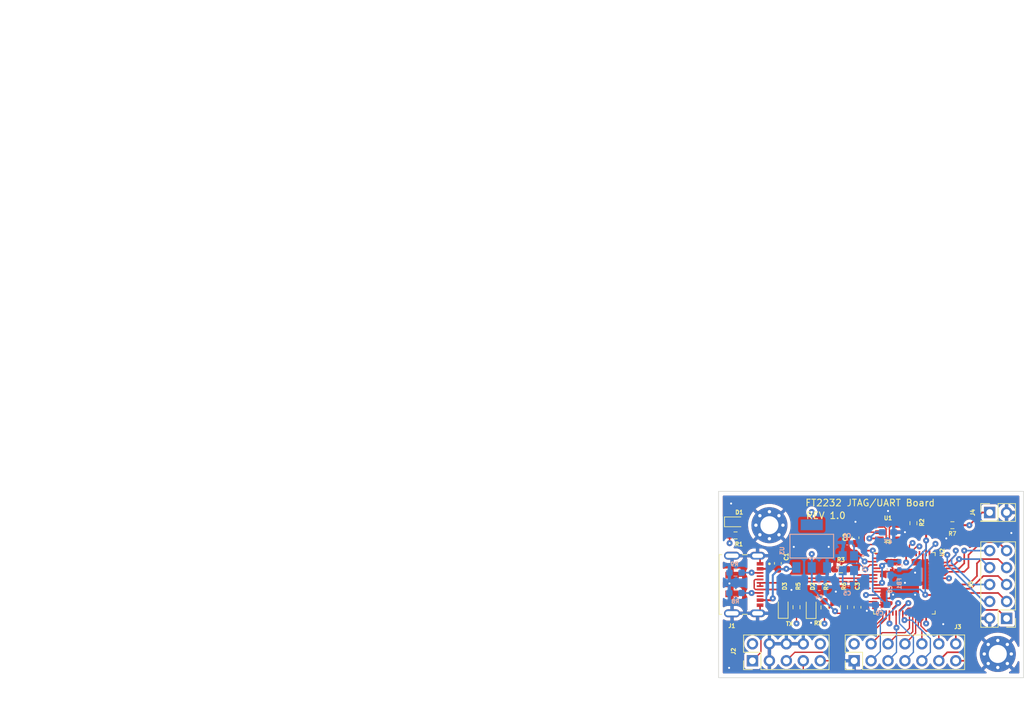
<source format=kicad_pcb>
(kicad_pcb (version 20221018) (generator pcbnew)
  (layers (0 "F.Cu" signal) (1 "In1.Cu" signal) (2 "In2.Cu" signal) (31 "B.Cu" signal) (34 "B.Paste" user) (35 "F.Paste" user) (36 "B.SilkS" user "B.Silkscreen") (37 "F.SilkS" user "F.Silkscreen") (38 "B.Mask" user) (39 "F.Mask" user) (44 "Edge.Cuts" user))
  (net 0 "")
  (net 1 "/RESET_N")
  (net 2 "GND")
  (net 3 "/1.8V")
  (net 4 "Net-(U101-VPHY)")
  (net 5 "/3.3V")
  (net 6 "Net-(U101-OSCI)")
  (net 7 "Net-(U101-OSCO)")
  (net 8 "/USB_5V")
  (net 9 "Net-(D101-A)")
  (net 10 "Net-(D102-A)")
  (net 11 "Net-(D103-A)")
  (net 12 "Net-(J101-CC1)")
  (net 14 "/USB_DP")
  (net 15 "/USB_DM")
  (net 16 "Net-(J101-CC2)")
  (net 18 "/TCK")
  (net 19 "/VCCIO")
  (net 20 "/TDI")
  (net 21 "/TMS")
  (net 22 "/TDO")
  (net 24 "/UART_TX_OUT")
  (net 25 "/UART_RX_IN")
  (net 26 "/TXDEN_OUT")
  (net 27 "/UART_RTS_OUT")
  (net 28 "/UART_RI_IN")
  (net 29 "/UART_CTS_IN")
  (net 30 "/UART_DCD_IN")
  (net 31 "/UART_DTR_OUT")
  (net 32 "/UART_DSR_IN")
  (net 33 "/GPIOL0")
  (net 34 "/GPIOH0")
  (net 35 "/GPIOL1")
  (net 36 "/GPIOH1")
  (net 37 "/GPIOL2")
  (net 38 "/GPIOH2")
  (net 39 "/GPIOL3")
  (net 40 "/GPIOH3")
  (net 41 "/GPIOH6")
  (net 42 "/GPIOH4")
  (net 43 "/GPIOH7")
  (net 44 "/GPIOH5")
  (net 45 "Net-(U101-REF)")
  (net 46 "/EEDATA")
  (net 47 "Net-(U102-DO)")
  (net 48 "/TX_LED")
  (net 49 "/RX_LED")
  (net 57 "/EECLK")
  (net 58 "/EECS")
  (footprint "Resistor_SMD:R_0603_1608Metric_Pad0.98x0.95mm_HandSolder" (layer "F.Cu") (at 141.732 78.74 180)
    (fp_text reference "R7")
    (fp_text value "0" hide)
  )
  (footprint "Diode_SMD:D_0603_1608Metric_Pad1.05x0.95mm_HandSolder" (layer "F.Cu") (at 116.364 91.0355 90)
    (fp_text reference "D3")
    (fp_text value "RED" hide)
  )
  (footprint "Resistor_SMD:R_0603_1608Metric_Pad0.98x0.95mm_HandSolder" (layer "F.Cu") (at 125.0188 85.344 180)
    (fp_text reference "R3")
    (fp_text value "12K" hide)
  )
  (footprint "MountingHole:MountingHole_2.7mm_M2.5_Pad_Via" (layer "F.Cu") (at 114.3 78.74)
    (fp_text reference "H1" hide)
    (fp_text value "MountingHole_Pad" hide)
  )
  (footprint "Package_DFN_QFN:QFN-64-1EP_9x9mm_P0.5mm_EP4.35x4.35mm" (layer "F.Cu") (at 134.546 87.45)
    (fp_text reference "U2")
    (fp_text value "FT2232HQ" hide)
  )
  (footprint "Capacitor_SMD:C_0603_1608Metric_Pad1.08x0.95mm_HandSolder" (layer "F.Cu") (at 127.2032 80.6185 90)
    (fp_text reference "C2")
    (fp_text value "3.3uF" hide)
  )
  (footprint "Diode_SMD:D_0603_1608Metric_Pad1.05x0.95mm_HandSolder" (layer "F.Cu") (at 120.555 91.059 90)
    (fp_text reference "D2")
    (fp_text value "RED" hide)
  )
  (footprint "Resistor_SMD:R_0603_1608Metric_Pad0.98x0.95mm_HandSolder" (layer "F.Cu") (at 122.555 91.059 90)
    (fp_text reference "R4")
    (fp_text value "330" hide)
  )
  (footprint "Diode_SMD:D_0603_1608Metric_Pad1.05x0.95mm_HandSolder" (layer "F.Cu") (at 109.22 78.232)
    (fp_text reference "D1")
    (fp_text value "RED" hide)
  )
  (footprint "Resistor_SMD:R_0603_1608Metric_Pad0.98x0.95mm_HandSolder" (layer "F.Cu") (at 135.89 78.4352 -90)
    (fp_text reference "R2")
    (fp_text value "2.2K" hide)
  )
  (footprint "Connector_PinHeader_2.54mm:PinHeader_2x07_P2.54mm_Vertical" (layer "F.Cu") (at 127 99.06 90)
    (fp_text reference "J3")
    (fp_text value "Conn_02x07_Odd_Even" hide)
  )
  (footprint "EEPROM:SOT95P280X145-6N" (layer "F.Cu") (at 132.08 79.7814 180)
    (fp_text reference "U1")
    (fp_text value "93LC56BT-I_OT" hide)
  )
  (footprint "Resistor_SMD:R_0603_1608Metric_Pad0.98x0.95mm_HandSolder" (layer "F.Cu") (at 118.364 91.0355 90)
    (fp_text reference "R5")
    (fp_text value "330" hide)
  )
  (footprint "Connector_PinHeader_2.54mm:PinHeader_2x01_P2.54mm_Vertical" (layer "F.Cu") (at 147.315 76.835)
    (fp_text reference "J4")
    (fp_text value "Conn_02x01" hide)
  )
  (footprint "MountingHole:MountingHole_2.7mm_M2.5_Pad_Via" (layer "F.Cu") (at 148.5392 98.044)
    (fp_text reference "H2" hide)
    (fp_text value "MountingHole_Pad" hide)
  )
  (footprint "Resistor_SMD:R_0603_1608Metric_Pad0.98x0.95mm_HandSolder" (layer "F.Cu") (at 109.22 80.264)
    (fp_text reference "R1")
    (fp_text value "330" hide)
  )
  (footprint "JAE_USB:JAE_DX07S016JA1R1500" (layer "F.Cu") (at 111.7985 87.628 -90)
    (fp_text reference "J1")
    (fp_text value "DX07S016JA1R1500" hide)
  )
  (footprint "Connector_PinHeader_2.54mm:PinHeader_2x05_P2.54mm_Vertical" (layer "F.Cu") (at 149.86 92.71 180)
    (fp_text reference "J5")
    (fp_text value "Conn_02x05_Odd_Even" hide)
  )
  (footprint "Capacitor_SMD:C_0603_1608Metric_Pad1.08x0.95mm_HandSolder" (layer "F.Cu") (at 115.57 84.455 90)
    (fp_text reference "C1")
    (fp_text value "3.3uF" hide)
  )
  (footprint "Capacitor_SMD:C_0603_1608Metric_Pad1.08x0.95mm_HandSolder" (layer "F.Cu") (at 127.508 91.0355 -90)
    (fp_text reference "C3")
    (fp_text value "0.1uF" hide)
  )
  (footprint "Resistor_SMD:R_0603_1608Metric_Pad0.98x0.95mm_HandSolder" (layer "F.Cu") (at 125.476 91.0355 -90)
    (fp_text reference "R6")
    (fp_text value "10K" hide)
  )
  (footprint "Connector_PinHeader_2.54mm:PinHeader_2x05_P2.54mm_Vertical" (layer "F.Cu") (at 111.76 99.06 90)
    (fp_text reference "J2")
    (fp_text value "Conn_02x05_Odd_Even" hide)
  )
  (footprint "Capacitor_SMD:C_0603_1608Metric_Pad1.08x0.95mm_HandSolder" (layer "B.Cu") (at 132.461 85.344 -90)
    (fp_text reference "C8")
    (fp_text value "0.1uF" hide)
  )
  (footprint "Capacitor_SMD:C_0603_1608Metric_Pad1.08x0.95mm_HandSolder" (layer "B.Cu") (at 132.08 79.8068)
    (fp_text reference "C7")
    (fp_text value "0.1uF" hide)
  )
  (footprint "Capacitor_SMD:C_0603_1608Metric_Pad1.08x0.95mm_HandSolder" (layer "B.Cu") (at 121.793 88.011)
    (fp_text reference "C4")
    (fp_text value "3.3uF" hide)
  )
  (footprint "AZ1117:DIODES_AZ1117CH-3.3TRG1_0" (layer "B.Cu") (at 120.65 81.878428 180)
    (fp_text reference "U3")
    (fp_text value "AZ1117CH-3.3TRG1" hide)
  )
  (footprint "Resistor_SMD:R_0402_1005Metric_Pad0.72x0.64mm_HandSolder" (layer "B.Cu") (at 133.7818 84.7852 -90)
    (fp_text reference "FB1")
    (fp_text value "FB" hide)
  )
  (footprint "Capacitor_SMD:C_0402_1005Metric_Pad0.74x0.62mm_HandSolder" (layer "B.Cu") (at 126.1539 87.5296)
    (fp_text reference "C5")
    (fp_text value "18pF" hide)
  )
  (footprint "Resistor_SMD:R_0603_1608Metric_Pad0.98x0.95mm_HandSolder" (layer "B.Cu") (at 109.1965 88.9 180)
    (fp_text reference "R8")
    (fp_text value "5.1K" hide)
  )
  (footprint "Resistor_SMD:R_0603_1608Metric_Pad0.98x0.95mm_HandSolder" (layer "B.Cu") (at 109.22 85.852)
    (fp_text reference "R9")
    (fp_text value "5.1K" hide)
  )
  (footprint "ABM8G:XTAL_ABM8G-12.000MHZ-18-D2Y-T" (layer "B.Cu") (at 126.1364 84.4296 180)
    (fp_text reference "Y1")
    (fp_text value "ABM8G-12.000MHZ-18-D2Y-T" hide)
  )
  (footprint "Capacitor_SMD:C_0603_1608Metric_Pad1.08x0.95mm_HandSolder" (layer "B.Cu") (at 131.064 90.678 180)
    (fp_text reference "C9")
    (fp_text value "0.1uF" hide)
  )
  (footprint "Capacitor_SMD:C_0402_1005Metric_Pad0.74x0.62mm_HandSolder" (layer "B.Cu") (at 125.9514 81.3296 180)
    (fp_text reference "C6")
    (fp_text value "18pF" hide)
  )
  (gr_rect (start 106.68 73.66) (end 152.4 101.6) (stroke (width 0.1)) (fill none) (layer "Edge.Cuts"))
  (gr_text "TX" (at 116.6876 93.8784) (layer "F.SilkS") (effects (font (size 0.6 0.6)) (justify left bottom)))
  (gr_text "REV 1.0" (at 119.7102 77.8764) (layer "F.SilkS") (effects (font (size 1 1)) (justify left bottom)))
  (gr_text "FT2232 JTAG/UART Board" (at 119.6086 75.9714) (layer "F.SilkS") (effects (font (size 1 1)) (justify left bottom)))
  (gr_text "RX" (at 120.904 93.7768) (layer "F.SilkS") (effects (font (size 0.6 0.6)) (justify left bottom)))
  (segment (start 127.508 90.173) (end 125.526 90.173) (width 0.2) (layer "F.Cu") (net 1))
  (segment (start 130.096 90.2) (end 127.535 90.2) (width 0.2) (layer "F.Cu") (net 1))
  (segment (start 125.526 90.173) (end 125.476 90.123) (width 0.2) (layer "F.Cu") (net 1))
  (segment (start 127.535 90.2) (end 127.508 90.173) (width 0.2) (layer "F.Cu") (net 1))
  (segment (start 134.796 91.487348) (end 135.097348 91.186) (width 0.2) (layer "F.Cu") (net 2))
  (segment (start 130.547992 83.7) (end 130.096 83.7) (width 0.25) (layer "F.Cu") (net 2))
  (segment (start 130.096 88.7) (end 132.388 88.7) (width 0.25) (layer "F.Cu") (net 2))
  (segment (start 112.8985 84.528) (end 112.8985 83.683) (width 0.25) (layer "F.Cu") (net 2))
  (segment (start 135.636 91.186) (end 136.144 90.678) (width 0.2) (layer "F.Cu") (net 2))
  (segment (start 134.796 91.9) (end 134.796 91.487348) (width 0.2) (layer "F.Cu") (net 2))
  (segment (start 128.905 91.694) (end 128.778 91.821) (width 0.2) (layer "F.Cu") (net 2))
  (segment (start 134.546 87.45) (end 134.546 86.921) (width 0.25) (layer "F.Cu") (net 2))
  (segment (start 134.546 86.921) (end 131.445 83.82) (width 0.25) (layer "F.Cu") (net 2))
  (segment (start 129.137 90.7) (end 128.905 90.932) (width 0.2) (layer "F.Cu") (net 2))
  (segment (start 137.296 83) (end 137.296 84.7) (width 0.25) (layer "F.Cu") (net 2))
  (segment (start 133.3754 79.7814) (end 134.62 79.7814) (width 0.25) (layer "F.Cu") (net 2))
  (segment (start 132.388 88.7) (end 132.842 89.154) (width 0.25) (layer "F.Cu") (net 2))
  (segment (start 136.144 90.678) (end 136.144 89.154) (width 0.2) (layer "F.Cu") (net 2))
  (segment (start 132.796 85.7) (end 134.546 87.45) (width 0.25) (layer "F.Cu") (net 2))
  (segment (start 112.8985 90.728) (end 112.8985 91.573) (width 0.25) (layer "F.Cu") (net 2))
  (segment (start 137.796 84.2) (end 137.16 84.836) (width 0.25) (layer "F.Cu") (net 2))
  (segment (start 131.445 83.82) (end 130.667992 83.82) (width 0.25) (layer "F.Cu") (net 2))
  (segment (start 127.2032 79.756) (end 127.2032 78.232) (width 0.25) (layer "F.Cu") (net 2))
  (segment (start 135.097348 91.186) (end 135.636 91.186) (width 0.2) (layer "F.Cu") (net 2))
  (segment (start 115.57 80.518) (end 114.3 79.248) (width 0.25) (layer "F.Cu") (net 2))
  (segment (start 128.905 90.932) (end 128.905 91.567) (width 0.2) (layer "F.Cu") (net 2))
  (segment (start 112.8985 91.573) (end 112.5235 91.948) (width 0.25) (layer "F.Cu") (net 2))
  (segment (start 137.296 84.7) (end 137.16 84.836) (width 0.25) (layer "F.Cu") (net 2))
  (segment (start 127.585 91.821) (end 127.508 91.898) (width 0.2) (layer "F.Cu") (net 2))
  (segment (start 137.19 90.2) (end 136.144 89.154) (width 0.25) (layer "F.Cu") (net 2))
  (segment (start 132.296 89.7) (end 132.842 89.154) (width 0.25) (layer "F.Cu") (net 2))
  (segment (start 130.096 90.7) (end 129.137 90.7) (width 0.2) (layer "F.Cu") (net 2))
  (segment (start 130.667992 83.82) (end 130.547992 83.7) (width 0.25) (layer "F.Cu") (net 2))
  (segment (start 130.096 89.7) (end 132.296 89.7) (width 0.25) (layer "F.Cu") (net 2))
  (segment (start 138.996 90.2) (end 137.19 90.2) (width 0.25) (layer "F.Cu") (net 2))
  (segment (start 128.778 91.821) (end 127.585 91.821) (width 0.2) (layer "F.Cu") (net 2))
  (segment (start 130.096 88.2) (end 131.888 88.2) (width 0.25) (layer "F.Cu") (net 2))
  (segment (start 112.8985 83.683) (end 112.5235 83.308) (width 0.25) (layer "F.Cu") (net 2))
  (segment (start 128.905 91.567) (end 128.905 91.694) (width 0.2) (layer "F.Cu") (net 2))
  (segment (start 131.888 88.2) (end 132.842 89.154) (width 0.25) (layer "F.Cu") (net 2))
  (segment (start 137.16 84.836) (end 136.144 85.852) (width 0.25) (layer "F.Cu") (net 2))
  (segment (start 130.096 85.7) (end 132.796 85.7) (width 0.25) (layer "F.Cu") (net 2))
  (segment (start 138.996 84.2) (end 137.796 84.2) (width 0.25) (layer "F.Cu") (net 2))
  (via (at 123.19 81.9912) (size 0.9) (drill 0.3) (layers "F.Cu" "B.Cu") (net 2))
  (via (at 150.5712 79.9084) (size 0.9) (drill 0.3) (layers "F.Cu" "B.Cu") (net 2))
  (via (at 128.905 91.567) (size 0.9) (drill 0.3) (layers "F.Cu" "B.Cu") (net 2))
  (via (at 136.144 85.852) (size 0.9) (drill 0.3) (layers "F.Cu" "B.Cu") (net 2))
  (via (at 108.5596 75.4888) (size 0.9) (drill 0.3) (layers "F.Cu" "B.Cu") (net 2))
  (via (at 124.2568 88.6968) (size 0.9) (drill 0.3) (layers "F.Cu" "B.Cu") (net 2))
  (via (at 127.2032 78.232) (size 0.9) (drill 0.3) (layers "F.Cu" "B.Cu") (net 2))
  (via (at 140.8176 80.7212) (size 0.9) (drill 0.3) (layers "F.Cu" "B.Cu") (net 2))
  (via (at 136.144 89.154) (size 0.9) (drill 0.3) (layers "F.Cu" "B.Cu") (net 2))
  (via (at 140.3604 93.5736) (size 0.9) (drill 0.3) (layers "F.Cu" "B.Cu") (net 2))
  (via (at 132.08 76.6064) (size 0.9) (drill 0.3) (layers "F.Cu" "B.Cu") (net 2))
  (via (at 132.842 89.154) (size 0.9) (drill 0.3) (layers "F.Cu" "B.Cu") (net 2))
  (via (at 117.602 88.4428) (size 0.9) (drill 0.3) (layers "F.Cu" "B.Cu") (net 2))
  (via (at 120.5484 93.3704) (size 0.9) (drill 0.3) (layers "F.Cu" "B.Cu") (net 2))
  (via (at 108.2548 100.1268) (size 0.9) (drill 0.3) (layers "F.Cu" "B.Cu") (net 2))
  (via (at 117.9576 81.9912) (size 0.9) (drill 0.3) (layers "F.Cu" "B.Cu") (net 2))
  (via (at 134.62 79.7814) (size 0.9) (drill 0.3) (layers "F.Cu" "B.Cu") (net 2))
  (via (at 108.3056 87.4776) (size 0.9) (drill 0.3) (layers "F.Cu" "B.Cu") (net 2))
  (via (at 134.62 87.376) (size 0.9) (drill 0.3) (layers "F.Cu" "B.Cu") (net 2))
  (segment (start 132.461 86.2065) (end 132.461 86.9442) (width 0.2) (layer "B.Cu") (net 2))
  (segment (start 132.9436 87.4268) (end 134.5692 87.4268) (width 0.2) (layer "B.Cu") (net 2))
  (segment (start 132.9679 79.7814) (end 132.9425 79.8068) (width 0.25) (layer "B.Cu") (net 2))
  (segment (start 126.9864 85.5296) (end 126.9864 87.2646) (width 0.2) (layer "B.Cu") (net 2))
  (segment (start 126.9864 87.2646) (end 126.7214 87.5296) (width 0.2) (layer "B.Cu") (net 2))
  (segment (start 134.5692 87.4268) (end 134.62 87.376) (width 0.2) (layer "B.Cu") (net 2))
  (segment (start 134.62 79.7814) (end 132.9679 79.7814) (width 0.25) (layer "B.Cu") (net 2))
  (segment (start 132.461 86.9442) (end 132.9436 87.4268) (width 0.2) (layer "B.Cu") (net 2))
  (segment (start 138.996 89.2) (end 137.714 89.2) (width 0.25) (layer "F.Cu") (net 3))
  (segment (start 138.296 83) (end 138.296 82.43) (width 0.25) (layer "F.Cu") (net 3))
  (segment (start 128.2722 82.55) (end 127.2032 81.481) (width 0.25) (layer "F.Cu") (net 3))
  (segment (start 130.096 89.2) (end 128.778 89.2) (width 0.25) (layer "F.Cu") (net 3))
  (segment (start 138.296 82.43) (end 139.192 81.534) (width 0.25) (layer "F.Cu") (net 3))
  (segment (start 137.714 89.2) (end 137.668 89.154) (width 0.25) (layer "F.Cu") (net 3))
  (segment (start 129.794 82.55) (end 130.244 83) (width 0.25) (layer "F.Cu") (net 3))
  (segment (start 130.244 83) (end 130.796 83) (width 0.25) (layer "F.Cu") (net 3))
  (segment (start 129.794 82.55) (end 128.2722 82.55) (width 0.25) (layer "F.Cu") (net 3))
  (via (at 139.192 81.534) (size 0.9) (drill 0.3) (layers "F.Cu" "B.Cu") (net 3))
  (via (at 137.668 89.154) (size 0.9) (drill 0.3) (layers "F.Cu" "B.Cu") (net 3))
  (via (at 128.778 89.2) (size 0.9) (drill 0.3) (layers "F.Cu" "B.Cu") (net 3))
  (via (at 129.794 82.55) (size 0.9) (drill 0.3) (layers "F.Cu" "B.Cu") (net 3))
  (segment (start 131.8779 88.7211) (end 131.8779 90.678) (width 0.25) (layer "B.Cu") (net 3))
  (segment (start 129.794 88.5941) (end 130.39145 89.19155) (width 0.25) (layer "B.Cu") (net 3))
  (segment (start 129.794 82.55) (end 129.794 88.5941) (width 0.25) (layer "B.Cu") (net 3))
  (segment (start 132.22 88.379) (end 131.8779 88.7211) (width 0.25) (layer "B.Cu") (net 3))
  (segment (start 137.668 89.154) (end 136.893 88.379) (width 0.25) (layer "B.Cu") (net 3))
  (segment (start 137.668 83.058) (end 137.668 89.154) (width 0.25) (layer "B.Cu") (net 3))
  (segment (start 139.192 81.534) (end 137.668 83.058) (width 0.25) (layer "B.Cu") (net 3))
  (segment (start 130.39145 89.19155) (end 131.8779 90.678) (width 0.25) (layer "B.Cu") (net 3))
  (segment (start 130.383 89.2) (end 130.39145 89.19155) (width 0.25) (layer "B.Cu") (net 3))
  (segment (start 136.893 88.379) (end 132.22 88.379) (width 0.25) (layer "B.Cu") (net 3))
  (segment (start 128.778 89.2) (end 130.383 89.2) (width 0.25) (layer "B.Cu") (net 3))
  (segment (start 130.827 85.2) (end 131.191 84.836) (width 0.25) (layer "F.Cu") (net 4))
  (segment (start 130.096 87.7) (end 130.867 87.7) (width 0.25) (layer "F.Cu") (net 4))
  (segment (start 130.867 87.7) (end 131.191 87.376) (width 0.25) (layer "F.Cu") (net 4))
  (segment (start 131.191 84.836) (end 131.064 84.963) (width 0.25) (layer "F.Cu") (net 4))
  (segment (start 130.096 85.2) (end 130.827 85.2) (width 0.25) (layer "F.Cu") (net 4))
  (via (at 131.191 87.376) (size 0.9) (drill 0.3) (layers "F.Cu" "B.Cu") (net 4))
  (via (at 131.191 84.836) (size 0.9) (drill 0.3) (layers "F.Cu" "B.Cu") (net 4))
  (segment (start 131.5455 84.4815) (end 131.191 84.836) (width 0.25) (layer "B.Cu") (net 4))
  (segment (start 131.191 87.376) (end 131.191 84.836) (width 0.25) (layer "B.Cu") (net 4))
  (segment (start 132.461 84.4815) (end 131.5455 84.4815) (width 0.25) (layer "B.Cu") (net 4))
  (segment (start 133.7818 84.1877) (end 132.7548 84.1877) (width 0.25) (layer "B.Cu") (net 4))
  (segment (start 132.7548 84.1877) (end 132.461 84.4815) (width 0.25) (layer "B.Cu") (net 4))
  (segment (start 130.7846 80.7212) (end 129.286 80.7212) (width 0.25) (layer "F.Cu") (net 5))
  (segment (start 140.8195 78.74) (end 138.811 78.74) (width 0.3) (layer "F.Cu") (net 5))
  (segment (start 137.795 79.756) (end 137.795 81.025) (width 0.3) (layer "F.Cu") (net 5))
  (segment (start 137.796 81.026) (end 137.796 83) (width 0.25) (layer "F.Cu") (net 5))
  (segment (start 108.331 81.661) (end 108.331 80.2875) (width 0.25) (layer "F.Cu") (net 5))
  (segment (start 124.1425 91.6305) (end 124.46 91.948) (width 0.2) (layer "F.Cu") (net 5))
  (segment (start 124.46 91.948) (end 125.476 91.948) (width 0.2) (layer "F.Cu") (net 5))
  (segment (start 138.811 78.74) (end 137.795 79.756) (width 0.3) (layer "F.Cu") (net 5))
  (segment (start 137.795 81.025) (end 137.796 81.026) (width 0.3) (layer "F.Cu") (net 5))
  (segment (start 108.331 80.2875) (end 108.3075 80.264) (width 0.25) (layer "F.Cu") (net 5))
  (via (at 120.65 76.7588) (size 0.9) (drill 0.3) (layers "F.Cu" "B.Cu") (net 5))
  (via (at 108.331 81.4324) (size 0.9) (drill 0.3) (layers "F.Cu" "B.Cu") (net 5))
  (via (at 120.65 83.058) (size 0.9) (drill 0.3) (layers "F.Cu" "B.Cu") (net 5))
  (via (at 137.796 81.026) (size 0.9) (drill 0.3) (layers "F.Cu" "B.Cu") (net 5))
  (via (at 129.286 80.7212) (size 0.9) (drill 0.3) (layers "F.Cu" "B.Cu") (net 5))
  (via (at 124.1425 91.6305) (size 0.9) (drill 0.3) (layers "F.Cu" "B.Cu") (net 5))
  (segment (start 120.65 85.078428) (end 120.65 83.058) (width 0.3) (layer "B.Cu") (net 5))
  (segment (start 134.9623 85.3827) (end 133.7818 85.3827) (width 0.25) (layer "B.Cu") (net 5))
  (segment (start 120.65 87.7305) (end 120.65 85.078428) (width 0.3) (layer "B.Cu") (net 5))
  (segment (start 120.9305 88.4185) (end 124.1425 91.6305) (width 0.3) (layer "B.Cu") (net 5))
  (segment (start 137.796 81.026) (end 137.796 82.293604) (width 0.25) (layer "B.Cu") (net 5))
  (segment (start 137.218 82.8984) (end 135.89 84.2264) (width 0.25) (layer "B.Cu") (net 5))
  (segment (start 120.9305 88.011) (end 120.65 87.7305) (width 0.25) (layer "B.Cu") (net 5))
  (segment (start 135.89 84.2264) (end 135.89 84.455) (width 0.25) (layer "B.Cu") (net 5))
  (segment (start 130.2258 79.756) (end 129.286 80.6958) (width 0.25) (layer "B.Cu") (net 5))
  (segment (start 135.89 84.455) (end 134.9623 85.3827) (width 0.25) (layer "B.Cu") (net 5))
  (segment (start 137.218 82.871604) (end 137.218 82.8984) (width 0.25) (layer "B.Cu") (net 5))
  (segment (start 137.796 82.293604) (end 137.218 82.871604) (width 0.25) (layer "B.Cu") (net 5))
  (segment (start 120.65 76.7588) (end 120.65 78.678428) (width 0.3) (layer "B.Cu") (net 5))
  (segment (start 131.2175 79.756) (end 130.2258 79.756) (width 0.25) (layer "B.Cu") (net 5))
  (segment (start 120.9305 88.011) (end 120.9305 88.4185) (width 0.3) (layer "B.Cu") (net 5))
  (segment (start 128.5748 84.1756) (end 128.6256 84.2264) (width 0.2) (layer "F.Cu") (net 6))
  (segment (start 129.1844 84.2) (end 130.096 84.2) (width 0.2) (layer "F.Cu") (net 6))
  (segment (start 128.6256 84.2264) (end 128.6256 84.2772) (width 0.2) (layer "F.Cu") (net 6))
  (segment (start 129.1844 84.2) (end 129.16 84.1756) (width 0.2) (layer "F.Cu") (net 6))
  (segment (start 129.16 84.1756) (end 128.5748 84.1756) (width 0.2) (layer "F.Cu") (net 6))
  (via (at 128.5748 84.1756) (size 0.9) (drill 0.3) (layers "F.Cu" "B.Cu") (net 6))
  (segment (start 126.9864 83.3296) (end 126.9864 81.7971) (width 0.25) (layer "B.Cu") (net 6))
  (segment (start 126.9864 81.7971) (end 126.5189 81.3296) (width 0.25) (layer "B.Cu") (net 6))
  (segment (start 126.9864 83.3296) (end 127.7288 83.3296) (width 0.25) (layer "B.Cu") (net 6))
  (segment (start 127.7288 83.3296) (end 128.5748 84.1756) (width 0.25) (layer "B.Cu") (net 6))
  (segment (start 128.6764 85.3948) (end 128.5748 85.4964) (width 0.2) (layer "F.Cu") (net 7))
  (segment (start 130.096 84.7) (end 129.3712 84.7) (width 0.2) (layer "F.Cu") (net 7))
  (segment (start 128.6764 85.344) (end 128.6764 85.3948) (width 0.2) (layer "F.Cu") (net 7))
  (segment (start 128.7272 85.344) (end 128.6764 85.344) (width 0.2) (layer "F.Cu") (net 7))
  (segment (start 129.3712 84.7) (end 128.7272 85.344) (width 0.2) (layer "F.Cu") (net 7))
  (via (at 128.6764 85.344) (size 0.9) (drill 0.3) (layers "F.Cu" "B.Cu") (net 7))
  (segment (start 125.2864 85.5296) (end 125.2864 87.2296) (width 0.25) (layer "B.Cu") (net 7))
  (segment (start 125.2864 85.3812) (end 125.2864 85.5296) (width 0.2) (layer "B.Cu") (net 7))
  (segment (start 128.6764 85.344) (end 127.8128 84.4804) (width 0.2) (layer "B.Cu") (net 7))
  (segment (start 127.8128 84.4804) (end 126.1872 84.4804) (width 0.2) (layer "B.Cu") (net 7))
  (segment (start 126.1872 84.4804) (end 125.2864 85.3812) (width 0.2) (layer "B.Cu") (net 7))
  (segment (start 115.5305 85.278) (end 115.57 85.3175) (width 0.25) (layer "F.Cu") (net 8))
  (segment (start 112.8985 85.278) (end 115.5305 85.278) (width 0.3) (layer "F.Cu") (net 8))
  (segment (start 115.57 85.3175) (end 116.8005 85.3175) (width 0.3) (layer "F.Cu") (net 8))
  (segment (start 116.8005 85.3175) (end 116.84 85.278) (width 0.3) (layer "F.Cu") (net 8))
  (segment (start 112.8985 89.978) (end 114.5428 89.978) (width 0.3) (layer "F.Cu") (net 8))
  (segment (start 114.808 89.7128) (end 114.5428 89.978) (width 0.3) (layer "F.Cu") (net 8))
  (segment (start 114.873 89.978) (end 114.935 89.916) (width 0.25) (layer "F.Cu") (net 8))
  (via (at 114.808 89.7128) (size 0.9) (drill 0.3) (layers "F.Cu" "B.Cu") (net 8))
  (via (at 116.84 85.278) (size 0.9) (drill 0.3) (layers "F.Cu" "B.Cu") (net 8))
  (segment (start 115.697 85.344) (end 116.774 85.344) (width 0.3) (layer "B.Cu") (net 8))
  (segment (start 114.808 89.7128) (end 114.808 86.233) (width 0.3) (layer "B.Cu") (net 8))
  (segment (start 114.808 86.233) (end 115.697 85.344) (width 0.3) (layer "B.Cu") (net 8))
  (segment (start 116.84 85.278) (end 118.150428 85.278) (width 0.3) (layer "B.Cu") (net 8))
  (segment (start 116.774 85.344) (end 116.84 85.278) (width 0.3) (layer "B.Cu") (net 8))
  (segment (start 118.150428 85.278) (end 118.35 85.078428) (width 0.3) (layer "B.Cu") (net 8))
  (segment (start 116.5285 90.123) (end 116.491 90.1605) (width 0.2) (layer "F.Cu") (net 9))
  (segment (start 118.364 90.123) (end 116.4015 90.123) (width 0.2) (layer "F.Cu") (net 9))
  (segment (start 122.555 90.1465) (end 120.5925 90.1465) (width 0.2) (layer "F.Cu") (net 10))
  (segment (start 110.1325 80.264) (end 110.1325 78.2695) (width 0.25) (layer "F.Cu") (net 11))
  (segment (start 110.1325 78.2695) (end 110.095 78.232) (width 0.25) (layer "F.Cu") (net 11))
  (segment (start 112.8985 85.878) (end 111.659 85.878) (width 0.25) (layer "F.Cu") (net 12))
  (segment (start 111.659 85.878) (end 111.633 85.852) (width 0.25) (layer "F.Cu") (net 12))
  (via (at 111.633 85.852) (size 0.9) (drill 0.3) (layers "F.Cu" "B.Cu") (net 12))
  (segment (start 111.633 85.852) (end 110.1325 85.852) (width 0.25) (layer "B.Cu") (net 12))
  (segment (start 112.014 88.184984) (end 112.014 87.5792) (width 0.2) (layer "F.Cu") (net 14))
  (segment (start 112.014 87.5792) (end 112.014 87.884) (width 0.2) (layer "F.Cu") (net 14))
  (segment (start 115.824 88.392) (end 117.016 87.2) (width 0.25) (layer "F.Cu") (net 14))
  (segment (start 112.014 87.0275) (end 112.014 87.5792) (width 0.2) (layer "F.Cu") (net 14))
  (segment (start 112.8985 86.878) (end 112.1635 86.878) (width 0.2) (layer "F.Cu") (net 14))
  (segment (start 112.8985 88.378) (end 115.81 88.378) (width 0.25) (layer "F.Cu") (net 14))
  (segment (start 117.016 87.2) (end 130.096 87.2) (width 0.25) (layer "F.Cu") (net 14))
  (segment (start 115.81 88.378) (end 115.824 88.392) (width 0.25) (layer "F.Cu") (net 14))
  (segment (start 112.207016 88.378) (end 112.014 88.184984) (width 0.2) (layer "F.Cu") (net 14))
  (segment (start 112.1635 86.878) (end 112.014 87.0275) (width 0.2) (layer "F.Cu") (net 14))
  (segment (start 112.8985 88.378) (end 112.207016 88.378) (width 0.2) (layer "F.Cu") (net 14))
  (segment (start 112.8985 87.878) (end 112.8985 87.378) (width 0.2) (layer "F.Cu") (net 15))
  (segment (start 115.822 87.378) (end 112.8985 87.378) (width 0.25) (layer "F.Cu") (net 15))
  (segment (start 130.096 86.7) (end 116.5 86.7) (width 0.25) (layer "F.Cu") (net 15))
  (segment (start 116.5 86.7) (end 115.822 87.378) (width 0.25) (layer "F.Cu") (net 15))
  (segment (start 112.8985 88.878) (end 111.655 88.878) (width 0.25) (layer "F.Cu") (net 16))
  (segment (start 111.633 88.9) (end 111.655 88.878) (width 0.25) (layer "F.Cu") (net 16))
  (via (at 111.633 88.9) (size 0.9) (drill 0.3) (layers "F.Cu" "B.Cu") (net 16))
  (segment (start 111.633 88.9) (end 110.109 88.9) (width 0.25) (layer "B.Cu") (net 16))
  (segment (start 123.524943 94.488) (end 124.998629 93.014314) (width 0.2) (layer "F.Cu") (net 18))
  (segment (start 113.03 94.996) (end 113.538 94.488) (width 0.2) (layer "F.Cu") (net 18))
  (segment (start 113.538 94.488) (end 123.524943 94.488) (width 0.2) (layer "F.Cu") (net 18))
  (segment (start 130.096 92.662) (end 130.096 91.2) (width 0.2) (layer "F.Cu") (net 18))
  (segment (start 113.03 97.79) (end 113.03 94.996) (width 0.2) (layer "F.Cu") (net 18))
  (segment (start 129.743686 93.014314) (end 130.096 92.662) (width 0.2) (layer "F.Cu") (net 18))
  (segment (start 124.998629 93.014314) (end 129.743686 93.014314) (width 0.2) (layer "F.Cu") (net 18))
  (segment (start 111.76 99.06) (end 113.03 97.79) (width 0.2) (layer "F.Cu") (net 18))
  (segment (start 146.177 76.835) (end 144.272 78.74) (width 0.25) (layer "F.Cu") (net 19))
  (segment (start 134.796 83) (end 134.796 84.328) (width 0.25) (layer "F.Cu") (net 19))
  (segment (start 137.796 91.9) (end 137.796 93.472) (width 0.25) (layer "F.Cu") (net 19))
  (segment (start 138.996 86.7) (end 141.224 86.7) (width 0.25) (layer "F.Cu") (net 19))
  (segment (start 147.315 76.835) (end 146.177 76.835) (width 0.25) (layer "F.Cu") (net 19))
  (segment (start 142.6445 78.74) (end 144.272 78.74) (width 0.3) (layer "F.Cu") (net 19))
  (segment (start 132.296 91.9) (end 132.296 93.472) (width 0.25) (layer "F.Cu") (net 19))
  (via (at 144.272 78.74) (size 0.9) (drill 0.3) (layers "F.Cu" "B.Cu") (net 19))
  (via (at 132.296 93.472) (size 0.9) (drill 0.3) (layers "F.Cu" "B.Cu") (net 19))
  (via (at 141.224 86.7) (size 0.9) (drill 0.3) (layers "F.Cu" "B.Cu") (net 19))
  (via (at 137.796 93.472) (size 0.9) (drill 0.3) (layers "F.Cu" "B.Cu") (net 19))
  (via (at 134.796 84.328) (size 0.9) (drill 0.3) (layers "F.Cu" "B.Cu") (net 19))
  (segment (start 118.11 97.79) (end 116.84 99.06) (width 0.2) (layer "F.Cu") (net 20))
  (segment (start 129.990314 93.414314) (end 125.164315 93.414314) (width 0.2) (layer "F.Cu") (net 20))
  (segment (start 124.168 94.41063) (end 124.168 96.812) (width 0.2) (layer "F.Cu") (net 20))
  (segment (start 124.168 96.812) (end 123.19 97.79) (width 0.2) (layer "F.Cu") (net 20))
  (segment (start 123.19 97.79) (end 118.11 97.79) (width 0.2) (layer "F.Cu") (net 20))
  (segment (start 125.164315 93.414314) (end 124.168 94.41063) (width 0.2) (layer "F.Cu") (net 20))
  (segment (start 130.796 92.608628) (end 129.990314 93.414314) (width 0.2) (layer "F.Cu") (net 20))
  (segment (start 130.796 91.9) (end 130.796 92.608628) (width 0.2) (layer "F.Cu") (net 20))
  (segment (start 124.4092 100.6348) (end 119.6848 100.6348) (width 0.2) (layer "F.Cu") (net 21))
  (segment (start 131.796 92.74) (end 130.302 94.234) (width 0.2) (layer "F.Cu") (net 21))
  (segment (start 124.968 100.076) (end 124.4092 100.6348) (width 0.2) (layer "F.Cu") (net 21))
  (segment (start 131.796 91.9) (end 131.796 92.74) (width 0.2) (layer "F.Cu") (net 21))
  (segment (start 119.6848 100.6348) (end 119.38 100.33) (width 0.2) (layer "F.Cu") (net 21))
  (segment (start 130.302 94.234) (end 125.476 94.234) (width 0.2) (layer "F.Cu") (net 21))
  (segment (start 124.968 94.742) (end 124.968 100.076) (width 0.2) (layer "F.Cu") (net 21))
  (segment (start 125.476 94.234) (end 124.968 94.742) (width 0.2) (layer "F.Cu") (net 21))
  (segment (start 119.38 100.33) (end 119.38 99.06) (width 0.2) (layer "F.Cu") (net 21))
  (segment (start 131.296 92.674314) (end 130.136314 93.834) (width 0.2) (layer "F.Cu") (net 22))
  (segment (start 124.568 94.576315) (end 124.568 98.444) (width 0.2) (layer "F.Cu") (net 22))
  (segment (start 131.296 91.9) (end 131.296 92.674314) (width 0.2) (layer "F.Cu") (net 22))
  (segment (start 125.310314 93.834) (end 124.568 94.576315) (width 0.2) (layer "F.Cu") (net 22))
  (segment (start 123.952 99.06) (end 121.92 99.06) (width 0.2) (layer "F.Cu") (net 22))
  (segment (start 130.136314 93.834) (end 125.310314 93.834) (width 0.2) (layer "F.Cu") (net 22))
  (segment (start 124.568 98.444) (end 123.952 99.06) (width 0.2) (layer "F.Cu") (net 22))
  (segment (start 139.5 88.7) (end 138.996 88.7) (width 0.25) (layer "F.Cu") (net 24))
  (segment (start 143.2052 89.6112) (end 140.4112 89.6112) (width 0.25) (layer "F.Cu") (net 24))
  (segment (start 149.86 92.71) (end 148.59 91.44) (width 0.25) (layer "F.Cu") (net 24))
  (segment (start 145.034 91.44) (end 143.2052 89.6112) (width 0.25) (layer "F.Cu") (net 24))
  (segment (start 140.4112 89.6112) (end 139.5 88.7) (width 0.25) (layer "F.Cu") (net 24))
  (segment (start 148.59 91.44) (end 145.034 91.44) (width 0.25) (layer "F.Cu") (net 24))
  (segment (start 139.636396 88.2) (end 138.996 88.2) (width 0.25) (layer "F.Cu") (net 25))
  (segment (start 149.86 90.17) (end 148.59 88.9) (width 0.25) (layer "F.Cu") (net 25))
  (segment (start 140.336396 88.9) (end 139.636396 88.2) (width 0.25) (layer "F.Cu") (net 25))
  (segment (start 148.59 88.9) (end 140.336396 88.9) (width 0.25) (layer "F.Cu") (net 25))
  (segment (start 138.996 83.7) (end 139.82 83.7) (width 0.25) (layer "F.Cu") (net 26))
  (segment (start 140.335 83.185) (end 140.97 83.185) (width 0.25) (layer "F.Cu") (net 26))
  (segment (start 139.82 83.7) (end 140.335 83.185) (width 0.25) (layer "F.Cu") (net 26))
  (via (at 140.97 83.185) (size 0.9) (drill 0.3) (layers "F.Cu" "B.Cu") (net 26))
  (segment (start 140.97 84.6836) (end 140.97 83.185) (width 0.25) (layer "B.Cu") (net 26))
  (segment (start 147.32 90.17) (end 146.4564 90.17) (width 0.25) (layer "B.Cu") (net 26))
  (segment (start 146.4564 90.17) (end 140.97 84.6836) (width 0.25) (layer "B.Cu") (net 26))
  (segment (start 146.3675 86.36) (end 144.4625 88.265) (width 0.25) (layer "F.Cu") (net 27))
  (segment (start 148.59 86.36) (end 146.3675 86.36) (width 0.25) (layer "F.Cu") (net 27))
  (segment (start 140.337792 88.265) (end 139.772792 87.7) (width 0.25) (layer "F.Cu") (net 27))
  (segment (start 144.4625 88.265) (end 140.337792 88.265) (width 0.25) (layer "F.Cu") (net 27))
  (segment (start 149.86 87.63) (end 148.59 86.36) (width 0.25) (layer "F.Cu") (net 27))
  (segment (start 139.772792 87.7) (end 138.996 87.7) (width 0.25) (layer "F.Cu") (net 27))
  (segment (start 140.087208 84.7) (end 140.457208 84.33) (width 0.25) (layer "F.Cu") (net 28))
  (segment (start 142.24 83.185) (end 142.24 82.55) (width 0.25) (layer "F.Cu") (net 28))
  (segment (start 138.996 84.7) (end 140.087208 84.7) (width 0.25) (layer "F.Cu") (net 28))
  (segment (start 140.457208 84.33) (end 141.095 84.33) (width 0.25) (layer "F.Cu") (net 28))
  (segment (start 141.095 84.33) (end 142.24 83.185) (width 0.25) (layer "F.Cu") (net 28))
  (via (at 142.24 82.55) (size 0.9) (drill 0.3) (layers "F.Cu" "B.Cu") (net 28))
  (segment (start 144.8308 87.63) (end 147.32 87.63) (width 0.25) (layer "B.Cu") (net 28))
  (segment (start 142.24 82.55) (end 142.24 83.185) (width 0.25) (layer "B.Cu") (net 28))
  (segment (start 141.605 83.82) (end 141.605 84.4042) (width 0.25) (layer "B.Cu") (net 28))
  (segment (start 142.24 83.185) (end 141.605 83.82) (width 0.25) (layer "B.Cu") (net 28))
  (segment (start 141.605 84.4042) (end 144.8308 87.63) (width 0.25) (layer "B.Cu") (net 28))
  (segment (start 146.05 83.82) (end 145.415 84.455) (width 0.25) (layer "F.Cu") (net 29))
  (segment (start 149.86 85.09) (end 148.59 83.82) (width 0.25) (layer "F.Cu") (net 29))
  (segment (start 144.145 87.63) (end 140.339188 87.63) (width 0.25) (layer "F.Cu") (net 29))
  (segment (start 145.415 86.36) (end 144.145 87.63) (width 0.25) (layer "F.Cu") (net 29))
  (segment (start 140.339188 87.63) (end 139.909188 87.2) (width 0.25) (layer "F.Cu") (net 29))
  (segment (start 139.909188 87.2) (end 138.996 87.2) (width 0.25) (layer "F.Cu") (net 29))
  (segment (start 145.415 84.455) (end 145.415 86.36) (width 0.25) (layer "F.Cu") (net 29))
  (segment (start 148.59 83.82) (end 146.05 83.82) (width 0.25) (layer "F.Cu") (net 29))
  (segment (start 142.7355 83.9595) (end 141.915 84.78) (width 0.25) (layer "F.Cu") (net 30))
  (segment (start 142.7355 83.82) (end 142.7355 83.9595) (width 0.25) (layer "F.Cu") (net 30))
  (segment (start 141.915 84.78) (end 140.643604 84.78) (width 0.25) (layer "F.Cu") (net 30))
  (segment (start 140.223604 85.2) (end 138.996 85.2) (width 0.25) (layer "F.Cu") (net 30))
  (segment (start 140.643604 84.78) (end 140.223604 85.2) (width 0.25) (layer "F.Cu") (net 30))
  (via (at 142.7355 83.82) (size 0.9) (drill 0.3) (layers "F.Cu" "B.Cu") (net 30))
  (segment (start 146.05 83.82) (end 147.32 85.09) (width 0.25) (layer "B.Cu") (net 30))
  (segment (start 142.7355 83.82) (end 146.05 83.82) (width 0.25) (layer "B.Cu") (net 30))
  (segment (start 144.145 83.185) (end 144.145 85.09) (width 0.25) (layer "F.Cu") (net 31))
  (segment (start 143.51 85.725) (end 141.102984 85.725) (width 0.25) (layer "F.Cu") (net 31))
  (segment (start 149.86 82.55) (end 148.59 81.28) (width 0.25) (layer "F.Cu") (net 31))
  (segment (start 146.05 81.28) (end 144.145 83.185) (width 0.25) (layer "F.Cu") (net 31))
  (segment (start 144.145 85.09) (end 143.51 85.725) (width 0.25) (layer "F.Cu") (net 31))
  (segment (start 148.59 81.28) (end 146.05 81.28) (width 0.25) (layer "F.Cu") (net 31))
  (segment (start 141.102984 85.725) (end 140.627984 86.2) (width 0.25) (layer "F.Cu") (net 31))
  (segment (start 140.627984 86.2) (end 138.996 86.2) (width 0.25) (layer "F.Cu") (net 31))
  (segment (start 143.51 82.55) (end 143.51 84.455) (width 0.25) (layer "F.Cu") (net 32))
  (segment (start 140.36 85.7) (end 138.996 85.7) (width 0.25) (layer "F.Cu") (net 32))
  (segment (start 143.51 84.455) (end 142.735 85.23) (width 0.25) (layer "F.Cu") (net 32))
  (segment (start 140.83 85.23) (end 140.36 85.7) (width 0.25) (layer "F.Cu") (net 32))
  (segment (start 142.735 85.23) (end 140.83 85.23) (width 0.25) (layer "F.Cu") (net 32))
  (via (at 143.51 82.55) (size 0.9) (drill 0.3) (layers "F.Cu" "B.Cu") (net 32))
  (segment (start 143.51 82.55) (end 147.32 82.55) (width 0.25) (layer "B.Cu") (net 32))
  (segment (start 132.796 91.232) (end 133.604 90.424) (width 0.2) (layer "F.Cu") (net 33))
  (segment (start 132.796 91.9) (end 132.796 91.232) (width 0.2) (layer "F.Cu") (net 33))
  (via (at 133.604 90.424) (size 0.9) (drill 0.3) (layers "F.Cu" "B.Cu") (net 33))
  (segment (start 133.604 90.424) (end 133.604 90.678) (width 0.2) (layer "B.Cu") (net 33))
  (segment (start 130.93 97.67) (end 129.54 99.06) (width 0.2) (layer "B.Cu") (net 33))
  (segment (start 133.604 90.678) (end 130.93 93.352) (width 0.2) (layer "B.Cu") (net 33))
  (segment (start 130.93 93.352) (end 130.93 97.67) (width 0.2) (layer "B.Cu") (net 33))
  (segment (start 131.21 94.85) (end 129.54 96.52) (width 0.2) (layer "F.Cu") (net 34))
  (segment (start 134.62 94.85) (end 131.21 94.85) (width 0.2) (layer "F.Cu") (net 34))
  (segment (start 135.296 91.9) (end 135.296 94.174) (width 0.2) (layer "F.Cu") (net 34))
  (segment (start 135.296 94.174) (end 134.62 94.85) (width 0.2) (layer "F.Cu") (net 34))
  (segment (start 133.296 94.0465) (end 133.296 91.9) (width 0.2) (layer "F.Cu") (net 35))
  (segment (start 133.35 94.1005) (end 133.296 94.0465) (width 0.2) (layer "F.Cu") (net 35))
  (via (at 133.35 94.1005) (size 0.9) (drill 0.3) (layers "F.Cu" "B.Cu") (net 35))
  (segment (start 133.35 94.1005) (end 133.35 97.79) (width 0.2) (layer "B.Cu") (net 35))
  (segment (start 133.35 97.79) (end 132.08 99.06) (width 0.2) (layer "B.Cu") (net 35))
  (segment (start 135.796 94.709) (end 135.255 95.25) (width 0.2) (layer "F.Cu") (net 36))
  (segment (start 135.255 95.25) (end 133.35 95.25) (width 0.2) (layer "F.Cu") (net 36))
  (segment (start 135.796 91.9) (end 135.796 94.709) (width 0.2) (layer "F.Cu") (net 36))
  (segment (start 133.35 95.25) (end 132.08 96.52) (width 0.2) (layer "F.Cu") (net 36))
  (segment (start 133.796 91.487348) (end 134.859348 90.424) (width 0.2) (layer "F.Cu") (net 37))
  (segment (start 134.859348 90.424) (end 135.128 90.424) (width 0.2) (layer "F.Cu") (net 37))
  (segment (start 133.796 91.9) (end 133.796 91.487348) (width 0.2) (layer "F.Cu") (net 37))
  (via (at 135.128 90.424) (size 0.9) (drill 0.3) (layers "F.Cu" "B.Cu") (net 37))
  (segment (start 135.89 95.579839) (end 135.89 97.79) (width 0.2) (layer "B.Cu") (net 37))
  (segment (start 135.128 90.424) (end 133.7965 91.7555) (width 0.2) (layer "B.Cu") (net 37))
  (segment (start 135.89 97.79) (end 134.62 99.06) (width 0.2) (layer "B.Cu") (net 37))
  (segment (start 133.7965 93.486339) (end 135.89 95.579839) (width 0.2) (layer "B.Cu") (net 37))
  (segment (start 133.7965 91.7555) (end 133.7965 93.486339) (width 0.2) (layer "B.Cu") (net 37))
  (segment (start 136.296 92.744613) (end 136.221 92.819614) (width 0.2) (layer "F.Cu") (net 38))
  (segment (start 136.296 91.9) (end 136.296 92.744613) (width 0.2) (layer "F.Cu") (net 38))
  (segment (start 136.221 92.819614) (end 136.221 94.919) (width 0.2) (layer "F.Cu") (net 38))
  (segment (start 136.221 94.919) (end 134.62 96.52) (width 0.2) (layer "F.Cu") (net 38))
  (segment (start 134.296 92.7135) (end 134.5465 92.964) (width 0.2) (layer "F.Cu") (net 39))
  (segment (start 134.296 91.9) (end 134.296 92.7135) (width 0.2) (layer "F.Cu") (net 39))
  (segment (start 134.5465 92.964) (end 134.62 93.0375) (width 0.2) (layer "F.Cu") (net 39))
  (segment (start 134.62 93.0375) (end 134.62 93.218) (width 0.2) (layer "F.Cu") (net 39))
  (via (at 134.5465 92.964) (size 0.9) (drill 0.3) (layers "F.Cu" "B.Cu") (net 39))
  (segment (start 137.16 99.06) (end 138.43 97.79) (width 0.2) (layer "B.Cu") (net 39))
  (segment (start 138.43 95.758) (end 135.636 92.964) (width 0.2) (layer "B.Cu") (net 39))
  (segment (start 138.43 97.79) (end 138.43 95.758) (width 0.2) (layer "B.Cu") (net 39))
  (segment (start 134.5465 92.964) (end 135.636 92.964) (width 0.2) (layer "B.Cu") (net 39))
  (segment (start 136.796 91.9) (end 136.796 92.810298) (width 0.2) (layer "F.Cu") (net 40))
  (segment (start 136.796 92.810298) (end 136.621 92.985299) (width 0.2) (layer "F.Cu") (net 40))
  (segment (start 137.16 94.545686) (end 137.16 96.52) (width 0.2) (layer "F.Cu") (net 40))
  (segment (start 136.621 92.985299) (end 136.621 94.006686) (width 0.2) (layer "F.Cu") (net 40))
  (segment (start 136.621 94.006686) (end 137.16 94.545686) (width 0.2) (layer "F.Cu") (net 40))
  (segment (start 143.9164 97.3836) (end 143.51 97.79) (width 0.25) (layer "F.Cu") (net 41))
  (segment (start 140.97 97.79) (end 139.7 99.06) (width 0.25) (layer "F.Cu") (net 41))
  (segment (start 141.365 91.2) (end 143.9164 93.7514) (width 0.25) (layer "F.Cu") (net 41))
  (segment (start 143.9164 93.7514) (end 143.9164 97.3836) (width 0.25) (layer "F.Cu") (net 41))
  (segment (start 138.996 91.2) (end 141.365 91.2) (width 0.25) (layer "F.Cu") (net 41))
  (segment (start 143.51 97.79) (end 140.97 97.79) (width 0.25) (layer "F.Cu") (net 41))
  (segment (start 139.065 94.615) (end 139.7 95.25) (width 0.2) (layer "F.Cu") (net 42))
  (segment (start 139.7 95.25) (end 139.7 96.52) (width 0.2) (layer "F.Cu") (net 42))
  (segment (start 137.021 93.841) (end 137.795 94.615) (width 0.2) (layer "F.Cu") (net 42))
  (segment (start 137.296 92.875984) (end 137.021 93.150984) (width 0.2) (layer "F.Cu") (net 42))
  (segment (start 137.795 94.615) (end 139.065 94.615) (width 0.2) (layer "F.Cu") (net 42))
  (segment (start 137.021 93.150984) (end 137.021 93.841) (width 0.2) (layer "F.Cu") (net 42))
  (segment (start 137.296 91.9) (end 137.296 92.875984) (width 0.2) (layer "F.Cu") (net 42))
  (segment (start 143.51 99.06) (end 144.4752 98.0948) (width 0.25) (layer "F.Cu") (net 43))
  (segment (start 144.4752 98.0948) (end 144.4752 92.3544) (width 0.25) (layer "F.Cu") (net 43))
  (segment (start 142.24 99.06) (end 143.51 99.06) (width 0.25) (layer "F.Cu") (net 43))
  (segment (start 144.4752 92.3544) (end 142.8208 90.7) (width 0.25) (layer "F.Cu") (net 43))
  (segment (start 142.8208 90.7) (end 138.996 90.7) (width 0.25) (layer "F.Cu") (net 43))
  (segment (start 138.296 91.9) (end 140.795 91.9) (width 0.25) (layer "F.Cu") (net 44))
  (segment (start 142.24 93.345) (end 142.24 96.52) (width 0.25) (layer "F.Cu") (net 44))
  (segment (start 140.795 91.9) (end 142.24 93.345) (width 0.25) (layer "F.Cu") (net 44))
  (segment (start 130.096 86.2) (end 127.5512 86.2) (width 0.25) (layer "F.Cu") (net 45))
  (segment (start 126.6952 85.344) (end 125.9313 85.344) (width 0.25) (layer "F.Cu") (net 45))
  (segment (start 127.5512 86.2) (end 126.6952 85.344) (width 0.25) (layer "F.Cu") (net 45))
  (segment (start 135.8665 77.5462) (end 135.89 77.5227) (width 0.2) (layer "F.Cu") (net 46))
  (segment (start 134.112 77.5462) (end 135.8665 77.5462) (width 0.2) (layer "F.Cu") (net 46))
  (segment (start 133.3754 78.8416) (end 132.5404 78.8416) (width 0.2) (layer "F.Cu") (net 46))
  (segment (start 132.296 79.086) (end 132.296 83) (width 0.2) (layer "F.Cu") (net 46))
  (segment (start 133.3754 78.2828) (end 134.112 77.5462) (width 0.2) (layer "F.Cu") (net 46))
  (segment (start 133.3754 78.8416) (end 133.3754 78.2828) (width 0.2) (layer "F.Cu") (net 46))
  (segment (start 132.5404 78.8416) (end 132.296 79.086) (width 0.2) (layer "F.Cu") (net 46))
  (segment (start 135.89 79.607416) (end 135.89 79.3477) (width 0.25) (layer "F.Cu") (net 47))
  (segment (start 133.3754 80.7212) (end 134.776216 80.7212) (width 0.25) (layer "F.Cu") (net 47))
  (segment (start 134.776216 80.7212) (end 135.89 79.607416) (width 0.25) (layer "F.Cu") (net 47))
  (segment (start 135.636 81.407) (end 135.763 81.407) (width 0.2) (layer "F.Cu") (net 48))
  (segment (start 118.364 91.948) (end 118.364 93.472) (width 0.2) (layer "F.Cu") (net 48))
  (segment (start 135.296 83) (end 135.296 81.747) (width 0.2) (layer "F.Cu") (net 48))
  (segment (start 118.491 93.472) (end 118.491 93.345) (width 0.2) (layer "F.Cu") (net 48))
  (segment (start 135.763 81.407) (end 135.763 81.28) (width 0.2) (layer "F.Cu") (net 48))
  (segment (start 135.296 81.747) (end 135.636 81.407) (width 0.2) (layer "F.Cu") (net 48))
  (segment (start 135.763 81.28) (end 135.763 81.28) (width 0.2) (layer "F.Cu") (net 48))
  (via (at 118.364 93.472) (size 0.9) (drill 0.3) (layers "F.Cu" "B.Cu") (net 48))
  (via (at 135.763 81.407) (size 0.9) (drill 0.3) (layers "F.Cu" "B.Cu") (net 48))
  (segment (start 122.555 91.9715) (end 122.555 93.4955) (width 0.2) (layer "F.Cu") (net 49))
  (segment (start 135.796 82.517) (end 136.398 81.915) (width 0.2) (layer "F.Cu") (net 49))
  (segment (start 135.796 83) (end 135.796 82.517) (width 0.2) (layer "F.Cu") (net 49))
  (segment (start 136.398 81.915) (end 136.779 81.915) (width 0.2) (layer "F.Cu") (net 49))
  (via (at 122.555 93.4955) (size 0.9) (drill 0.3) (layers "F.Cu" "B.Cu") (net 49))
  (via (at 136.779 81.915) (size 0.9) (drill 0.3) (layers "F.Cu" "B.Cu") (net 49))
  (segment (start 131.796 79.2784) (end 131.3592 78.8416) (width 0.2) (layer "F.Cu") (net 57))
  (segment (start 131.796 83) (end 131.796 79.2784) (width 0.2) (layer "F.Cu") (net 57))
  (segment (start 131.3592 78.8416) (end 130.7846 78.8416) (width 0.2) (layer "F.Cu") (net 57))
  (segment (start 128.524 81.3816) (end 128.524 80.264) (width 0.2) (layer "F.Cu") (net 58))
  (segment (start 128.778 81.6356) (end 128.524 81.3816) (width 0.2) (layer "F.Cu") (net 58))
  (segment (start 131.296 82.0708) (end 130.8608 81.6356) (width 0.2) (layer "F.Cu") (net 58))
  (segment (start 129.0066 79.7814) (end 130.7846 79.7814) (width 0.2) (layer "F.Cu") (net 58))
  (segment (start 131.296 83) (end 131.296 82.0708) (width 0.2) (layer "F.Cu") (net 58))
  (segment (start 130.8608 81.6356) (end 128.778 81.6356) (width 0.2) (layer "F.Cu") (net 58))
  (segment (start 128.524 80.264) (end 129.0066 79.7814) (width 0.2) (layer "F.Cu") (net 58))
  (zone (net 2) (net_name "GND") (layer "F.Cu") (connect_pads (clearance 0.4)) (min_thickness 0.25) (fill yes (thermal_gap 0.5) (thermal_bridge_width 0.5))
    (polygon (pts (xy 107.315 74.295) (xy 107.315 100.965) (xy 151.765 100.965) (xy 151.765 74.295)))
  )
  (zone (net 0) (net_name "") (layers "F.Cu" "In1.Cu" "In2.Cu" "B.Cu" "User.2") (name "ground pour clear") (connect_pads (clearance 0)) (min_thickness 0.25)
    (keepout (tracks allowed) (vias allowed) (pads allowed) (copperpour not_allowed) (footprints allowed))
    (fill (thermal_gap 0.5) (thermal_bridge_width 0.5))
    (polygon (pts (xy 110.998 83.6168) (xy 110.998 91.6432) (xy 113.6904 91.5924) (xy 113.7412 83.6168)))
  )
  (zone (net 2) (net_name "GND") (layer "B.Cu") (priority 1) (connect_pads (clearance 0.4)) (min_thickness 0.25) (fill yes (thermal_gap 0.5) (thermal_bridge_width 0.5))
    (polygon (pts (xy 107.315 74.295) (xy 107.315 100.965) (xy 151.765 100.965) (xy 151.765 74.295)))
  )
)
</source>
